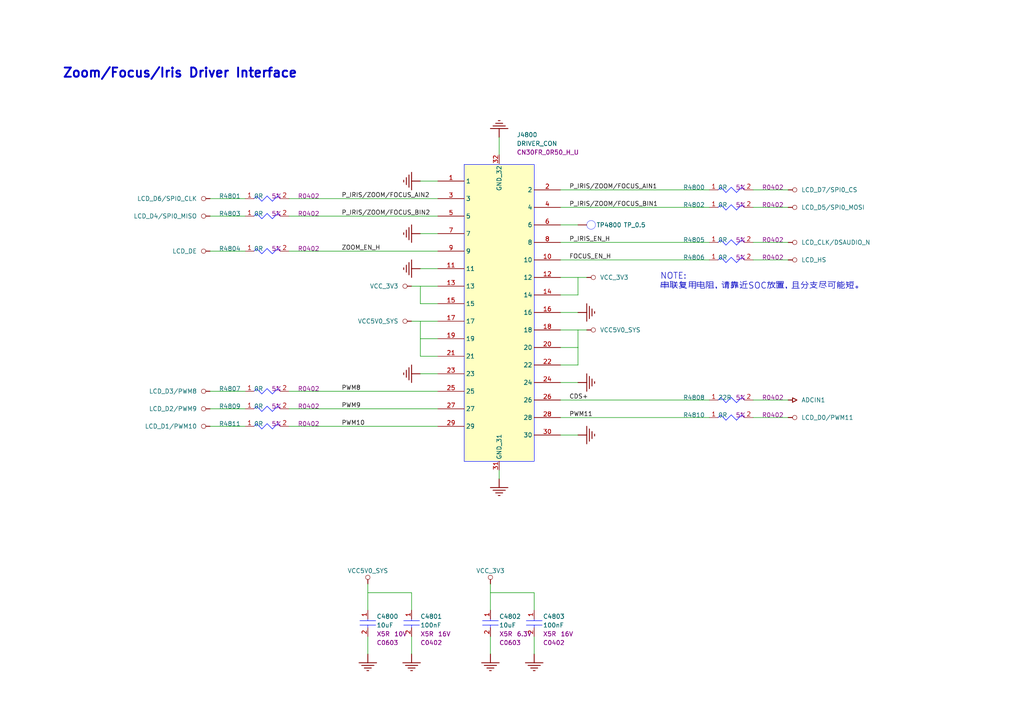
<source format=kicad_sch>
(kicad_sch (version 20250114) (generator "eeschema") (generator_version "9.0")
  (paper "A4")
  (lib_symbols
    (symbol "*:root_0_CAP NP_*" (pin_names (hide yes))
      (symbol "root_0_CAP NP_*_1_0"
        (polyline (pts (xy 0.254 -0.508) (xy 4.826 -0.508)) (stroke (width 0) (color 0 11 255 1)))
        (polyline (pts (xy 0.254 -1.778) (xy 4.826 -1.778)) (stroke (width 0) (color 0 11 255 1)))
        (polyline (pts (xy 2.54 0) (xy 2.54 -0.508)) (stroke (width 0) (color 0 11 255 1)))
        (polyline (pts (xy 2.54 -2.54) (xy 2.54 -1.778)) (stroke (width 0) (color 0 11 255 1)))
        (pin passive line (at 2.54 2.54 270) (length 2.54) (name "1") (number "1"))
        (pin passive line (at 2.54 -5.08 90) (length 2.54) (name "2") (number "2"))
      )
    )
    (symbol "*:root_0_LCD_Hitachi_TX05D99VM1AAA_2_*"
      (symbol "root_0_LCD_Hitachi_TX05D99VM1AAA_2_*_1_0"
        (rectangle (start 20.32 -0.254) (end 0 -86.36) (stroke (width 0) (color 0 11 255 1)) (fill (type background)))
        (pin passive line (at -7.62 -5.08 0) (length 7.62) (name "1") (number "1"))
        (pin passive line (at -7.62 -10.16 0) (length 7.62) (name "3") (number "3"))
        (pin passive line (at -7.62 -15.24 0) (length 7.62) (name "5") (number "5"))
        (pin passive line (at -7.62 -20.32 0) (length 7.62) (name "7") (number "7"))
        (pin passive line (at -7.62 -25.4 0) (length 7.62) (name "9") (number "9"))
        (pin passive line (at -7.62 -30.48 0) (length 7.62) (name "11") (number "11"))
        (pin passive line (at -7.62 -35.56 0) (length 7.62) (name "13") (number "13"))
        (pin passive line (at -7.62 -40.64 0) (length 7.62) (name "15") (number "15"))
        (pin passive line (at -7.62 -45.72 0) (length 7.62) (name "17") (number "17"))
        (pin passive line (at -7.62 -50.8 0) (length 7.62) (name "19") (number "19"))
        (pin passive line (at -7.62 -55.88 0) (length 7.62) (name "21") (number "21"))
        (pin passive line (at -7.62 -60.96 0) (length 7.62) (name "23") (number "23"))
        (pin passive line (at -7.62 -66.04 0) (length 7.62) (name "25") (number "25"))
        (pin passive line (at -7.62 -71.12 0) (length 7.62) (name "27") (number "27"))
        (pin passive line (at -7.62 -76.2 0) (length 7.62) (name "29") (number "29"))
        (pin passive line (at 10.16 2.54 270) (length 2.54) (name "GND_32") (number "32"))
        (pin passive line (at 10.16 -88.9 90) (length 2.54) (name "GND_31") (number "31"))
        (pin passive line (at 27.94 -7.62 180) (length 7.62) (name "2") (number "2"))
        (pin passive line (at 27.94 -12.7 180) (length 7.62) (name "4") (number "4"))
        (pin passive line (at 27.94 -17.78 180) (length 7.62) (name "6") (number "6"))
        (pin passive line (at 27.94 -22.86 180) (length 7.62) (name "8") (number "8"))
        (pin passive line (at 27.94 -27.94 180) (length 7.62) (name "10") (number "10"))
        (pin passive line (at 27.94 -33.02 180) (length 7.62) (name "12") (number "12"))
        (pin passive line (at 27.94 -38.1 180) (length 7.62) (name "14") (number "14"))
        (pin passive line (at 27.94 -43.18 180) (length 7.62) (name "16") (number "16"))
        (pin passive line (at 27.94 -48.26 180) (length 7.62) (name "18") (number "18"))
        (pin passive line (at 27.94 -53.34 180) (length 7.62) (name "20") (number "20"))
        (pin passive line (at 27.94 -58.42 180) (length 7.62) (name "22") (number "22"))
        (pin passive line (at 27.94 -63.5 180) (length 7.62) (name "24") (number "24"))
        (pin passive line (at 27.94 -68.58 180) (length 7.62) (name "26") (number "26"))
        (pin passive line (at 27.94 -73.66 180) (length 7.62) (name "28") (number "28"))
        (pin passive line (at 27.94 -78.74 180) (length 7.62) (name "30") (number "30"))
      )
    )
    (symbol "*:root_1_RESISTOR_Dup1_*" (pin_names (hide yes))
      (symbol "root_1_RESISTOR_Dup1_*_1_0"
        (polyline (pts (xy 0 2.54) (xy 0.762 3.302)) (stroke (width 0) (color 0 11 255 1)))
        (polyline (pts (xy 0.762 3.302) (xy 2.286 1.778)) (stroke (width 0) (color 0 11 255 1)))
        (polyline (pts (xy 2.286 1.778) (xy 3.81 3.302)) (stroke (width 0) (color 0 11 255 1)))
        (polyline (pts (xy 3.81 3.302) (xy 5.334 1.778)) (stroke (width 0) (color 0 11 255 1)))
        (polyline (pts (xy 5.334 1.778) (xy 6.858 3.302)) (stroke (width 0) (color 0 11 255 1)))
        (polyline (pts (xy 6.858 3.302) (xy 7.62 2.54)) (stroke (width 0) (color 0 11 255 1)))
        (pin passive line (at -2.54 2.54 0) (length 2.54) (name "1") (number "1"))
        (pin passive line (at 10.16 2.54 180) (length 2.54) (name "2") (number "2"))
      )
    )
    (symbol "*:root_1_mirrored_TP_*" (pin_numbers (hide yes)) (pin_names (hide yes))
      (symbol "root_1_mirrored_TP_*_1_0"
        (circle (center -1.27 2.54) (radius 1.27) (stroke (width 0.0254) (color 0 11 255 1)))
        (pin passive line (at -5.08 2.54 0) (length 2.54) (name "1") (number "1"))
      )
    )
    (symbol "RV1106G_EVB1_V11_20220401LX-altium-import:ADCIN1_ARROW" (power)
      (property "Value" "ADCIN1" (at 0 -3.81 0))
      (symbol "ADCIN1_ARROW_0_0"
        (polyline (pts (xy -0.635 -1.27) (xy 0.635 -1.27) (xy 0 -2.54) (xy -0.635 -1.27)) (stroke (width 0.254)))
        (polyline (pts (xy 0 0) (xy 0 -1.27)) (stroke (width 0.254)))
        (pin power_in line (at 0 0 0) (length 0) (hide yes) (name "ADCIN1") (number ""))
      )
    )
    (symbol "RV1106G_EVB1_V11_20220401LX-altium-import:GND_POWER_GROUND" (power)
      (property "Value" "GND" (at 0 -6.35 0))
      (symbol "GND_POWER_GROUND_0_0"
        (polyline (pts (xy -2.54 -2.54) (xy 2.54 -2.54)) (stroke (width 0.254)))
        (polyline (pts (xy -1.778 -3.302) (xy 1.778 -3.302)) (stroke (width 0.254)))
        (polyline (pts (xy -1.016 -4.064) (xy 1.016 -4.064)) (stroke (width 0.254)))
        (polyline (pts (xy -0.254 -4.826) (xy 0.254 -4.826)) (stroke (width 0.254)))
        (polyline (pts (xy 0 0) (xy 0 -2.54)) (stroke (width 0.254)))
        (pin power_in line (at 0 0 0) (length 0) (hide yes) (name "GND") (number ""))
      )
    )
    (symbol "RV1106G_EVB1_V11_20220401LX-altium-import:LCD_CLK/DSAUDIO_N_CIRCLE" (power)
      (property "Value" "LCD_CLK/DSAUDIO_N" (at 0 -3.81 0))
      (symbol "LCD_CLK/DSAUDIO_N_CIRCLE_0_0"
        (polyline (pts (xy 0 0) (xy 0 -1.27)) (stroke (width 0.254)))
        (circle (center 0 -1.905) (radius 0.635) (stroke (width 0.127)))
        (pin power_in line (at 0 0 0) (length 0) (hide yes) (name "LCD_CLK/DSAUDIO_N") (number ""))
      )
    )
    (symbol "RV1106G_EVB1_V11_20220401LX-altium-import:LCD_D0/PWM11_CIRCLE" (power)
      (property "Value" "LCD_D0/PWM11" (at 0 -3.81 0))
      (symbol "LCD_D0/PWM11_CIRCLE_0_0"
        (polyline (pts (xy 0 0) (xy 0 -1.27)) (stroke (width 0.254)))
        (circle (center 0 -1.905) (radius 0.635) (stroke (width 0.127)))
        (pin power_in line (at 0 0 0) (length 0) (hide yes) (name "LCD_D0/PWM11") (number ""))
      )
    )
    (symbol "RV1106G_EVB1_V11_20220401LX-altium-import:LCD_D1/PWM10_CIRCLE" (power)
      (property "Value" "LCD_D1/PWM10" (at 0 -3.81 0))
      (symbol "LCD_D1/PWM10_CIRCLE_0_0"
        (polyline (pts (xy 0 0) (xy 0 -1.27)) (stroke (width 0.254)))
        (circle (center 0 -1.905) (radius 0.635) (stroke (width 0.127)))
        (pin power_in line (at 0 0 0) (length 0) (hide yes) (name "LCD_D1/PWM10") (number ""))
      )
    )
    (symbol "RV1106G_EVB1_V11_20220401LX-altium-import:LCD_D2/PWM9_CIRCLE" (power)
      (property "Value" "LCD_D2/PWM9" (at 0 -3.81 0))
      (symbol "LCD_D2/PWM9_CIRCLE_0_0"
        (polyline (pts (xy 0 0) (xy 0 -1.27)) (stroke (width 0.254)))
        (circle (center 0 -1.905) (radius 0.635) (stroke (width 0.127)))
        (pin power_in line (at 0 0 0) (length 0) (hide yes) (name "LCD_D2/PWM9") (number ""))
      )
    )
    (symbol "RV1106G_EVB1_V11_20220401LX-altium-import:LCD_D3/PWM8_CIRCLE" (power)
      (property "Value" "LCD_D3/PWM8" (at 0 -3.81 0))
      (symbol "LCD_D3/PWM8_CIRCLE_0_0"
        (polyline (pts (xy 0 0) (xy 0 -1.27)) (stroke (width 0.254)))
        (circle (center 0 -1.905) (radius 0.635) (stroke (width 0.127)))
        (pin power_in line (at 0 0 0) (length 0) (hide yes) (name "LCD_D3/PWM8") (number ""))
      )
    )
    (symbol "RV1106G_EVB1_V11_20220401LX-altium-import:LCD_D4/SPI0_MISO_CIRCLE" (power)
      (property "Value" "LCD_D4/SPI0_MISO" (at 0 -3.81 0))
      (symbol "LCD_D4/SPI0_MISO_CIRCLE_0_0"
        (polyline (pts (xy 0 0) (xy 0 -1.27)) (stroke (width 0.254)))
        (circle (center 0 -1.905) (radius 0.635) (stroke (width 0.127)))
        (pin power_in line (at 0 0 0) (length 0) (hide yes) (name "LCD_D4/SPI0_MISO") (number ""))
      )
    )
    (symbol "RV1106G_EVB1_V11_20220401LX-altium-import:LCD_D5/SPI0_MOSI_CIRCLE" (power)
      (property "Value" "LCD_D5/SPI0_MOSI" (at 0 -3.81 0))
      (symbol "LCD_D5/SPI0_MOSI_CIRCLE_0_0"
        (polyline (pts (xy 0 0) (xy 0 -1.27)) (stroke (width 0.254)))
        (circle (center 0 -1.905) (radius 0.635) (stroke (width 0.127)))
        (pin power_in line (at 0 0 0) (length 0) (hide yes) (name "LCD_D5/SPI0_MOSI") (number ""))
      )
    )
    (symbol "RV1106G_EVB1_V11_20220401LX-altium-import:LCD_D6/SPI0_CLK_CIRCLE" (power)
      (property "Value" "LCD_D6/SPI0_CLK" (at 0 -3.81 0))
      (symbol "LCD_D6/SPI0_CLK_CIRCLE_0_0"
        (polyline (pts (xy 0 0) (xy 0 -1.27)) (stroke (width 0.254)))
        (circle (center 0 -1.905) (radius 0.635) (stroke (width 0.127)))
        (pin power_in line (at 0 0 0) (length 0) (hide yes) (name "LCD_D6/SPI0_CLK") (number ""))
      )
    )
    (symbol "RV1106G_EVB1_V11_20220401LX-altium-import:LCD_D7/SPI0_CS_CIRCLE" (power)
      (property "Value" "LCD_D7/SPI0_CS" (at 0 -3.81 0))
      (symbol "LCD_D7/SPI0_CS_CIRCLE_0_0"
        (polyline (pts (xy 0 0) (xy 0 -1.27)) (stroke (width 0.254)))
        (circle (center 0 -1.905) (radius 0.635) (stroke (width 0.127)))
        (pin power_in line (at 0 0 0) (length 0) (hide yes) (name "LCD_D7/SPI0_CS") (number ""))
      )
    )
    (symbol "RV1106G_EVB1_V11_20220401LX-altium-import:LCD_DE_CIRCLE" (power)
      (property "Value" "LCD_DE" (at 0 -3.81 0))
      (symbol "LCD_DE_CIRCLE_0_0"
        (polyline (pts (xy 0 0) (xy 0 -1.27)) (stroke (width 0.254)))
        (circle (center 0 -1.905) (radius 0.635) (stroke (width 0.127)))
        (pin power_in line (at 0 0 0) (length 0) (hide yes) (name "LCD_DE") (number ""))
      )
    )
    (symbol "RV1106G_EVB1_V11_20220401LX-altium-import:LCD_HS_CIRCLE" (power)
      (property "Value" "LCD_HS" (at 0 -3.81 0))
      (symbol "LCD_HS_CIRCLE_0_0"
        (polyline (pts (xy 0 0) (xy 0 -1.27)) (stroke (width 0.254)))
        (circle (center 0 -1.905) (radius 0.635) (stroke (width 0.127)))
        (pin power_in line (at 0 0 0) (length 0) (hide yes) (name "LCD_HS") (number ""))
      )
    )
    (symbol "RV1106G_EVB1_V11_20220401LX-altium-import:VCC5V0_SYS_CIRCLE" (power)
      (property "Value" "VCC5V0_SYS" (at 0 -3.81 0))
      (symbol "VCC5V0_SYS_CIRCLE_0_0"
        (polyline (pts (xy 0 0) (xy 0 -1.27)) (stroke (width 0.254)))
        (circle (center 0 -1.905) (radius 0.635) (stroke (width 0.127)))
        (pin power_in line (at 0 0 0) (length 0) (hide yes) (name "VCC5V0_SYS") (number ""))
      )
    )
    (symbol "RV1106G_EVB1_V11_20220401LX-altium-import:VCC_3V3_CIRCLE" (power)
      (property "Value" "VCC_3V3" (at 0 -3.81 0))
      (symbol "VCC_3V3_CIRCLE_0_0"
        (polyline (pts (xy 0 0) (xy 0 -1.27)) (stroke (width 0.254)))
        (circle (center 0 -1.905) (radius 0.635) (stroke (width 0.127)))
        (pin power_in line (at 0 0 0) (length 0) (hide yes) (name "VCC_3V3") (number ""))
      )
    )
    (symbol "root_0_CAP NP_*_1" (pin_names (hide yes))
      (symbol "root_0_CAP NP_*_1_1_0"
        (polyline (pts (xy 0.254 -0.508) (xy 4.826 -0.508)) (stroke (width 0) (color 0 11 255 1)))
        (polyline (pts (xy 0.254 -1.778) (xy 4.826 -1.778)) (stroke (width 0) (color 0 11 255 1)))
        (polyline (pts (xy 2.54 0) (xy 2.54 -0.508)) (stroke (width 0) (color 0 11 255 1)))
        (polyline (pts (xy 2.54 -2.54) (xy 2.54 -1.778)) (stroke (width 0) (color 0 11 255 1)))
        (pin passive line (at 2.54 2.54 270) (length 2.54) (name "1") (number "1"))
        (pin passive line (at 2.54 -5.08 90) (length 2.54) (name "2") (number "2"))
      )
    )
    (symbol "root_0_CAP NP_*_2" (pin_names (hide yes))
      (symbol "root_0_CAP NP_*_2_1_0"
        (polyline (pts (xy 0.254 -0.508) (xy 4.826 -0.508)) (stroke (width 0) (color 0 11 255 1)))
        (polyline (pts (xy 0.254 -1.778) (xy 4.826 -1.778)) (stroke (width 0) (color 0 11 255 1)))
        (polyline (pts (xy 2.54 0) (xy 2.54 -0.508)) (stroke (width 0) (color 0 11 255 1)))
        (polyline (pts (xy 2.54 -2.54) (xy 2.54 -1.778)) (stroke (width 0) (color 0 11 255 1)))
        (pin passive line (at 2.54 2.54 270) (length 2.54) (name "1") (number "1"))
        (pin passive line (at 2.54 -5.08 90) (length 2.54) (name "2") (number "2"))
      )
    )
    (symbol "root_0_CAP NP_*_3" (pin_names (hide yes))
      (symbol "root_0_CAP NP_*_3_1_0"
        (polyline (pts (xy 0.254 -0.508) (xy 4.826 -0.508)) (stroke (width 0) (color 0 11 255 1)))
        (polyline (pts (xy 0.254 -1.778) (xy 4.826 -1.778)) (stroke (width 0) (color 0 11 255 1)))
        (polyline (pts (xy 2.54 0) (xy 2.54 -0.508)) (stroke (width 0) (color 0 11 255 1)))
        (polyline (pts (xy 2.54 -2.54) (xy 2.54 -1.778)) (stroke (width 0) (color 0 11 255 1)))
        (pin passive line (at 2.54 2.54 270) (length 2.54) (name "1") (number "1"))
        (pin passive line (at 2.54 -5.08 90) (length 2.54) (name "2") (number "2"))
      )
    )
    (symbol "root_1_RESISTOR_Dup1_*_1" (pin_names (hide yes))
      (symbol "root_1_RESISTOR_Dup1_*_1_1_0"
        (polyline (pts (xy 0 2.54) (xy 0.762 3.302)) (stroke (width 0) (color 0 11 255 1)))
        (polyline (pts (xy 0.762 3.302) (xy 2.286 1.778)) (stroke (width 0) (color 0 11 255 1)))
        (polyline (pts (xy 2.286 1.778) (xy 3.81 3.302)) (stroke (width 0) (color 0 11 255 1)))
        (polyline (pts (xy 3.81 3.302) (xy 5.334 1.778)) (stroke (width 0) (color 0 11 255 1)))
        (polyline (pts (xy 5.334 1.778) (xy 6.858 3.302)) (stroke (width 0) (color 0 11 255 1)))
        (polyline (pts (xy 6.858 3.302) (xy 7.62 2.54)) (stroke (width 0) (color 0 11 255 1)))
        (pin passive line (at -2.54 2.54 0) (length 2.54) (name "1") (number "1"))
        (pin passive line (at 10.16 2.54 180) (length 2.54) (name "2") (number "2"))
      )
    )
  )
  (text "Zoom/Focus/Iris Driver Interface" (at 18.034 22.86 0) (effects (font (size 2.667 2.667) (thickness 0.5334) (bold yes)) (justify left bottom)))
  (text_box "NOTE:\n串联复用电阻，请靠近SOC放置，且分支尽可能短。" (at 282.956 85.0392 0) (size -92.456 -7.112) (margins 0.9525 0.9525 0.9525 0.9525) (stroke (width -0.0001) (color 0 0 0 1)) (effects (font (size 1.778 1.778)) (justify left top)))
  (wire (pts (xy 205.74 60.1472) (xy 162.56 60.1472)))
  (wire (pts (xy 154.94 189.6872) (xy 154.94 184.6072)))
  (wire (pts (xy 162.56 80.4672) (xy 170.18 80.4672)))
  (wire (pts (xy 127 103.3272) (xy 121.92 103.3272)))
  (wire (pts (xy 71.12 118.5672) (xy 60.96 118.5672)))
  (wire (pts (xy 127 77.9272) (xy 121.92 77.9272)))
  (wire (pts (xy 121.92 103.3272) (xy 121.92 98.2472)))
  (wire (pts (xy 167.64 126.1872) (xy 162.56 126.1872)))
  (wire (pts (xy 228.6 116.0272) (xy 218.44 116.0272)))
  (wire (pts (xy 106.68 176.9872) (xy 106.68 169.3672)))
  (wire (pts (xy 127 62.6872) (xy 83.82 62.6872)))
  (wire (pts (xy 144.78 138.8872) (xy 144.78 136.3472)))
  (wire (pts (xy 127 123.6472) (xy 83.82 123.6472)))
  (wire (pts (xy 119.38 171.9072) (xy 106.68 171.9072)))
  (wire (pts (xy 162.56 95.7072) (xy 170.18 95.7072)))
  (wire (pts (xy 142.24 184.6072) (xy 142.24 189.6872)))
  (wire (pts (xy 167.64 100.7872) (xy 167.64 105.8672)))
  (wire (pts (xy 154.94 171.9072) (xy 142.24 171.9072)))
  (wire (pts (xy 167.64 110.9472) (xy 162.56 110.9472)))
  (wire (pts (xy 228.6 121.1072) (xy 218.44 121.1072)))
  (wire (pts (xy 167.64 90.6272) (xy 162.56 90.6272)))
  (wire (pts (xy 205.74 116.0272) (xy 162.56 116.0272)))
  (wire (pts (xy 121.92 83.0072) (xy 119.38 83.0072)))
  (wire (pts (xy 205.74 70.3072) (xy 162.56 70.3072)))
  (wire (pts (xy 205.74 55.0672) (xy 162.56 55.0672)))
  (wire (pts (xy 127 52.5272) (xy 121.92 52.5272)))
  (wire (pts (xy 119.38 189.6872) (xy 119.38 184.6072)))
  (wire (pts (xy 162.56 100.7872) (xy 167.64 100.7872)))
  (wire (pts (xy 127 88.0872) (xy 121.92 88.0872)))
  (wire (pts (xy 71.12 72.8472) (xy 60.96 72.8472)))
  (wire (pts (xy 127 67.7672) (xy 121.92 67.7672)))
  (wire (pts (xy 127 113.4872) (xy 83.82 113.4872)))
  (wire (pts (xy 205.74 121.1072) (xy 162.56 121.1072)))
  (wire (pts (xy 119.38 176.9872) (xy 119.38 171.9072)))
  (wire (pts (xy 228.6 70.3072) (xy 218.44 70.3072)))
  (wire (pts (xy 205.74 75.3872) (xy 162.56 75.3872)))
  (wire (pts (xy 127 57.6072) (xy 83.82 57.6072)))
  (wire (pts (xy 144.78 44.9072) (xy 144.78 39.8272)))
  (wire (pts (xy 127 72.8472) (xy 83.82 72.8472)))
  (wire (pts (xy 228.6 60.1472) (xy 218.44 60.1472)))
  (wire (pts (xy 71.12 62.6872) (xy 60.96 62.6872)))
  (wire (pts (xy 154.94 176.9872) (xy 154.94 171.9072)))
  (wire (pts (xy 119.38 93.1672) (xy 127 93.1672)))
  (wire (pts (xy 71.12 113.4872) (xy 60.96 113.4872)))
  (wire (pts (xy 121.92 88.0872) (xy 121.92 83.0072)))
  (wire (pts (xy 106.68 184.6072) (xy 106.68 189.6872)))
  (wire (pts (xy 228.6 55.0672) (xy 218.44 55.0672)))
  (wire (pts (xy 167.64 100.7872) (xy 167.64 95.7072)))
  (wire (pts (xy 142.24 176.9872) (xy 142.24 169.3672)))
  (wire (pts (xy 127 83.0072) (xy 121.92 83.0072)))
  (wire (pts (xy 127 118.5672) (xy 83.82 118.5672)))
  (wire (pts (xy 167.64 80.4672) (xy 167.64 85.5472)))
  (wire (pts (xy 167.64 105.8672) (xy 162.56 105.8672)))
  (wire (pts (xy 167.64 85.5472) (xy 162.56 85.5472)))
  (wire (pts (xy 228.6 75.3872) (xy 218.44 75.3872)))
  (wire (pts (xy 71.12 123.6472) (xy 60.96 123.6472)))
  (wire (pts (xy 127 108.4072) (xy 121.92 108.4072)))
  (wire (pts (xy 167.64 65.2272) (xy 162.56 65.2272)))
  (wire (pts (xy 121.92 98.2472) (xy 127 98.2472)))
  (wire (pts (xy 121.92 98.2472) (xy 121.92 93.1672)))
  (wire (pts (xy 71.12 57.6072) (xy 60.96 57.6072)))
  (label "PWM10" (at 99.06 123.6472 0))
  (label "FOCUS_EN_H" (at 165.1 75.3872 0))
  (label "P_IRIS_EN_H" (at 165.1 70.3072 0))
  (label "P_IRIS/ZOOM/FOCUS_BIN1" (at 165.1 60.1472 0))
  (label "ZOOM_EN_H" (at 99.06 72.8472 0))
  (label "PWM11" (at 165.1 121.1072 0))
  (label "PWM9" (at 99.06 118.5672 0))
  (label "P_IRIS/ZOOM/FOCUS_AIN1" (at 165.1 55.0672 0))
  (label "P_IRIS/ZOOM/FOCUS_BIN2" (at 99.06 62.6872 0))
  (label "P_IRIS/ZOOM/FOCUS_AIN2" (at 99.06 57.6072 0))
  (label "CDS+" (at 165.1 116.0272 0))
  (label "PWM8" (at 99.06 113.4872 0))
  (symbol (lib_id "*:root_1_mirrored_TP_*") (at 172.72 67.7672 0) (unit 1)
    (property "Reference" "TP4800" (at 172.974 65.9892 0) (effects (justify left bottom)))
    (property "Value" "TP_0.5" (at 180.848 65.9892 0) (effects (justify left bottom)))
    (property "Footprint" "TEST" (effects (hide yes)))
    (property "Description" "Test Point 0.5mm" (effects (hide yes)))
    (property "PCB FOOTPRINT" "TP_0R50" (effects (hide yes)))
    (property "RK PN" "TESTPOINT_0R5" (effects (hide yes)))
    (property "PRIORITY" "A" (effects (hide yes)))
    (property "PART TYPE" "TP" (effects (hide yes)))
    (property "CREATED BY" "JJJ" (effects (hide yes)))
  )
  (symbol (lib_id "RV1106G_EVB1_V11_20220401LX-altium-import:GND_POWER_GROUND") (at 106.68 189.6872 0) (unit 1)
    (property "Reference" "#PWR?" (effects (hide yes)))
    (property "Value" "GND" (effects (hide yes)))
  )
  (symbol (lib_id "RV1106G_EVB1_V11_20220401LX-altium-import:VCC5V0_SYS_CIRCLE") (at 170.18 95.7072 90) (unit 1)
    (property "Reference" "#PWR?" (effects (hide yes)))
    (property "Value" "VCC5V0_SYS" (at 173.99 95.7072 90) (effects (justify right)))
  )
  (symbol (lib_id "RV1106G_EVB1_V11_20220401LX-altium-import:LCD_D6/SPI0_CLK_CIRCLE") (at 60.96 57.6072 270) (unit 1)
    (property "Reference" "#PWR?" (effects (hide yes)))
    (property "Value" "LCD_D6/SPI0_CLK" (at 57.15 57.6072 90) (effects (justify right)))
  )
  (symbol (lib_id "RV1106G_EVB1_V11_20220401LX-altium-import:GND_POWER_GROUND") (at 144.78 138.8872 0) (unit 1)
    (property "Reference" "#PWR?" (effects (hide yes)))
    (property "Value" "GND" (effects (hide yes)))
  )
  (symbol (lib_id "RV1106G_EVB1_V11_20220401LX-altium-import:LCD_HS_CIRCLE") (at 228.6 75.3872 90) (unit 1)
    (property "Reference" "#PWR?" (effects (hide yes)))
    (property "Value" "LCD_HS" (at 232.41 75.3872 90) (effects (justify right)))
  )
  (symbol (lib_id "RV1106G_EVB1_V11_20220401LX-altium-import:ADCIN1_ARROW") (at 228.6 116.0272 90) (unit 1)
    (property "Reference" "#PWR?" (effects (hide yes)))
    (property "Value" "ADCIN1" (at 232.41 116.0272 90) (effects (justify right)))
  )
  (symbol (lib_id "RV1106G_EVB1_V11_20220401LX-altium-import:LCD_D0/PWM11_CIRCLE") (at 228.6 121.1072 90) (unit 1)
    (property "Reference" "#PWR?" (effects (hide yes)))
    (property "Value" "LCD_D0/PWM11" (at 232.41 121.1072 90) (effects (justify right)))
  )
  (symbol (lib_id "RV1106G_EVB1_V11_20220401LX-altium-import:VCC5V0_SYS_CIRCLE") (at 119.38 93.1672 270) (unit 1)
    (property "Reference" "#PWR?" (effects (hide yes)))
    (property "Value" "VCC5V0_SYS" (at 115.57 93.1672 90) (effects (justify right)))
  )
  (symbol (lib_id "*:root_1_RESISTOR_Dup1_*") (at 73.66 65.2272 0) (unit 1)
    (property "Reference" "R4803" (at 63.5 62.6872 0) (effects (justify left bottom)))
    (property "Value" "0R" (at 73.66 62.6872 0) (effects (justify left bottom)))
    (property "Footprint" "R0402" (effects (hide yes)))
    (property "Description" "通用厚膜电阻,0R,+/-5%,R0402,1/16W." (effects (hide yes)))
    (property "PCB FOOTPRINT" "R0402" (at 86.36 62.6872 0) (effects (justify left bottom)))
    (property "TOLERANCE" "5%" (at 78.74 62.6872 0) (effects (justify left bottom)))
    (property "RK PN" "RC0402JR-070RL" (effects (hide yes)))
    (property "PRIORITY" "A" (effects (hide yes)))
    (property "PART TYPE" "通用厚膜电阻" (effects (hide yes)))
    (property "WATTAGE" "1/16W" (effects (hide yes)))
    (property "MANUFACTURER" "YAGEO" (effects (hide yes)))
    (property "MANUFACTURER PN" "RC0402JR-070RL" (effects (hide yes)))
    (property "CREATED BY" "YTL" (effects (hide yes)))
  )
  (symbol (lib_id "*:root_1_RESISTOR_Dup1_*") (at 208.28 62.6872 0) (unit 1)
    (property "Reference" "R4802" (at 198.12 60.1472 0) (effects (justify left bottom)))
    (property "Value" "0R" (at 208.28 60.1472 0) (effects (justify left bottom)))
    (property "Footprint" "R0402" (effects (hide yes)))
    (property "Description" "通用厚膜电阻,0R,+/-5%,R0402,1/16W." (effects (hide yes)))
    (property "PCB FOOTPRINT" "R0402" (at 220.98 60.1472 0) (effects (justify left bottom)))
    (property "TOLERANCE" "5%" (at 213.36 60.1472 0) (effects (justify left bottom)))
    (property "RK PN" "RC0402JR-070RL" (effects (hide yes)))
    (property "PRIORITY" "A" (effects (hide yes)))
    (property "PART TYPE" "通用厚膜电阻" (effects (hide yes)))
    (property "WATTAGE" "1/16W" (effects (hide yes)))
    (property "MANUFACTURER" "YAGEO" (effects (hide yes)))
    (property "MANUFACTURER PN" "RC0402JR-070RL" (effects (hide yes)))
    (property "CREATED BY" "YTL" (effects (hide yes)))
  )
  (symbol (lib_id "*:root_0_CAP NP_*") (at 139.7 179.5272 0) (unit 1)
    (property "Reference" "C4802" (at 144.78 179.5272 0) (effects (justify left bottom)))
    (property "Value" "10uF" (at 144.78 182.0672 0) (effects (justify left bottom)))
    (property "Footprint" "C0603" (effects (hide yes)))
    (property "Description" "cap,10.00uF,+/-10%,6.3V,X5R,C0603" (effects (hide yes)))
    (property "DIELECTRIC" "X5R" (at 144.78 184.6072 0) (effects (justify left bottom)))
    (property "PCB FOOTPRINT" "C0603" (at 144.78 187.1472 0) (effects (justify left bottom)))
    (property "VOLTAGE" "6.3V" (at 149.86 184.6072 0) (effects (justify left bottom)))
    (property "CREATED BY" "JJJ" (effects (hide yes)))
    (property "MANUFACTURER PN" "C1608X5R0J106K080AB" (effects (hide yes)))
    (property "MANUFACTURER" "TDK" (effects (hide yes)))
    (property "TOLERANCE" "10%" (effects (hide yes)))
    (property "PART TYPE" "C0603" (effects (hide yes)))
    (property "PRIORITY" "A" (effects (hide yes)))
    (property "RK PN" "C1608X5R0J106K080AB" (effects (hide yes)))
  )
  (symbol (lib_id "RV1106G_EVB1_V11_20220401LX-altium-import:VCC_3V3_CIRCLE") (at 170.18 80.4672 90) (unit 1)
    (property "Reference" "#PWR?" (effects (hide yes)))
    (property "Value" "VCC_3V3" (at 173.99 80.4672 90) (effects (justify right)))
  )
  (symbol (lib_id "*:root_1_RESISTOR_Dup1_*") (at 208.28 77.9272 0) (unit 1)
    (property "Reference" "R4806" (at 198.12 75.3872 0) (effects (justify left bottom)))
    (property "Value" "0R" (at 208.28 75.3872 0) (effects (justify left bottom)))
    (property "Footprint" "R0402" (effects (hide yes)))
    (property "Description" "通用厚膜电阻,0R,+/-5%,R0402,1/16W." (effects (hide yes)))
    (property "PCB FOOTPRINT" "R0402" (at 220.98 75.3872 0) (effects (justify left bottom)))
    (property "TOLERANCE" "5%" (at 213.36 75.3872 0) (effects (justify left bottom)))
    (property "CREATED BY" "YTL" (effects (hide yes)))
    (property "MANUFACTURER PN" "RC0402JR-070RL" (effects (hide yes)))
    (property "MANUFACTURER" "YAGEO" (effects (hide yes)))
    (property "WATTAGE" "1/16W" (effects (hide yes)))
    (property "PART TYPE" "通用厚膜电阻" (effects (hide yes)))
    (property "PRIORITY" "A" (effects (hide yes)))
    (property "RK PN" "RC0402JR-070RL" (effects (hide yes)))
  )
  (symbol (lib_id "RV1106G_EVB1_V11_20220401LX-altium-import:GND_POWER_GROUND") (at 167.64 90.6272 90) (unit 1)
    (property "Reference" "#PWR?" (effects (hide yes)))
    (property "Value" "GND" (effects (hide yes)))
  )
  (symbol (lib_id "*:root_1_RESISTOR_Dup1_*") (at 73.66 75.3872 0) (unit 1)
    (property "Reference" "R4804" (at 63.5 72.8472 0) (effects (justify left bottom)))
    (property "Value" "0R" (at 73.66 72.8472 0) (effects (justify left bottom)))
    (property "Footprint" "R0402" (effects (hide yes)))
    (property "Description" "通用厚膜电阻,0R,+/-5%,R0402,1/16W." (effects (hide yes)))
    (property "PCB FOOTPRINT" "R0402" (at 86.36 72.8472 0) (effects (justify left bottom)))
    (property "TOLERANCE" "5%" (at 78.74 72.8472 0) (effects (justify left bottom)))
    (property "RK PN" "RC0402JR-070RL" (effects (hide yes)))
    (property "PRIORITY" "A" (effects (hide yes)))
    (property "PART TYPE" "通用厚膜电阻" (effects (hide yes)))
    (property "WATTAGE" "1/16W" (effects (hide yes)))
    (property "MANUFACTURER" "YAGEO" (effects (hide yes)))
    (property "MANUFACTURER PN" "RC0402JR-070RL" (effects (hide yes)))
    (property "CREATED BY" "YTL" (effects (hide yes)))
  )
  (symbol (lib_id "*:root_1_RESISTOR_Dup1_*") (at 73.66 60.1472 0) (unit 1)
    (property "Reference" "R4801" (at 63.5 57.6072 0) (effects (justify left bottom)))
    (property "Value" "0R" (at 73.66 57.6072 0) (effects (justify left bottom)))
    (property "Footprint" "R0402" (effects (hide yes)))
    (property "Description" "通用厚膜电阻,0R,+/-5%,R0402,1/16W." (effects (hide yes)))
    (property "PCB FOOTPRINT" "R0402" (at 86.36 57.6072 0) (effects (justify left bottom)))
    (property "TOLERANCE" "5%" (at 78.74 57.6072 0) (effects (justify left bottom)))
    (property "RK PN" "RC0402JR-070RL" (effects (hide yes)))
    (property "PRIORITY" "A" (effects (hide yes)))
    (property "PART TYPE" "通用厚膜电阻" (effects (hide yes)))
    (property "WATTAGE" "1/16W" (effects (hide yes)))
    (property "MANUFACTURER" "YAGEO" (effects (hide yes)))
    (property "MANUFACTURER PN" "RC0402JR-070RL" (effects (hide yes)))
    (property "CREATED BY" "YTL" (effects (hide yes)))
  )
  (symbol (lib_id "RV1106G_EVB1_V11_20220401LX-altium-import:LCD_CLK/DSAUDIO_N_CIRCLE") (at 228.6 70.3072 90) (unit 1)
    (property "Reference" "#PWR?" (effects (hide yes)))
    (property "Value" "LCD_CLK/DSAUDIO_N" (at 232.41 70.3072 90) (effects (justify right)))
  )
  (symbol (lib_id "RV1106G_EVB1_V11_20220401LX-altium-import:GND_POWER_GROUND") (at 121.92 67.7672 270) (unit 1)
    (property "Reference" "#PWR?" (effects (hide yes)))
    (property "Value" "GND" (effects (hide yes)))
  )
  (symbol (lib_id "RV1106G_EVB1_V11_20220401LX-altium-import:GND_POWER_GROUND") (at 119.38 189.6872 0) (unit 1)
    (property "Reference" "#PWR?" (effects (hide yes)))
    (property "Value" "GND" (effects (hide yes)))
  )
  (symbol (lib_id "RV1106G_EVB1_V11_20220401LX-altium-import:GND_POWER_GROUND") (at 167.64 110.9472 90) (unit 1)
    (property "Reference" "#PWR?" (effects (hide yes)))
    (property "Value" "GND" (effects (hide yes)))
  )
  (symbol (lib_id "RV1106G_EVB1_V11_20220401LX-altium-import:VCC5V0_SYS_CIRCLE") (at 106.68 169.3672 180) (unit 1)
    (property "Reference" "#PWR?" (effects (hide yes)))
    (property "Value" "VCC5V0_SYS" (at 106.68 165.5572 0))
  )
  (symbol (lib_id "*:root_1_RESISTOR_Dup1_*") (at 73.66 116.0272 0) (unit 1)
    (property "Reference" "R4807" (at 63.5 113.4872 0) (effects (justify left bottom)))
    (property "Value" "0R" (at 73.66 113.4872 0) (effects (justify left bottom)))
    (property "Footprint" "R0402" (effects (hide yes)))
    (property "Description" "通用厚膜电阻,0R,+/-5%,R0402,1/16W." (effects (hide yes)))
    (property "PCB FOOTPRINT" "R0402" (at 86.36 113.4872 0) (effects (justify left bottom)))
    (property "TOLERANCE" "5%" (at 78.74 113.4872 0) (effects (justify left bottom)))
    (property "CREATED BY" "YTL" (effects (hide yes)))
    (property "MANUFACTURER PN" "RC0402JR-070RL" (effects (hide yes)))
    (property "MANUFACTURER" "YAGEO" (effects (hide yes)))
    (property "WATTAGE" "1/16W" (effects (hide yes)))
    (property "PART TYPE" "通用厚膜电阻" (effects (hide yes)))
    (property "PRIORITY" "A" (effects (hide yes)))
    (property "RK PN" "RC0402JR-070RL" (effects (hide yes)))
  )
  (symbol (lib_id "*:root_1_RESISTOR_Dup1_*") (at 73.66 126.1872 0) (unit 1)
    (property "Reference" "R4811" (at 63.5 123.6472 0) (effects (justify left bottom)))
    (property "Value" "0R" (at 73.66 123.6472 0) (effects (justify left bottom)))
    (property "Footprint" "R0402" (effects (hide yes)))
    (property "Description" "通用厚膜电阻,0R,+/-5%,R0402,1/16W." (effects (hide yes)))
    (property "PCB FOOTPRINT" "R0402" (at 86.36 123.6472 0) (effects (justify left bottom)))
    (property "TOLERANCE" "5%" (at 78.74 123.6472 0) (effects (justify left bottom)))
    (property "CREATED BY" "YTL" (effects (hide yes)))
    (property "MANUFACTURER PN" "RC0402JR-070RL" (effects (hide yes)))
    (property "MANUFACTURER" "YAGEO" (effects (hide yes)))
    (property "WATTAGE" "1/16W" (effects (hide yes)))
    (property "PART TYPE" "通用厚膜电阻" (effects (hide yes)))
    (property "PRIORITY" "A" (effects (hide yes)))
    (property "RK PN" "RC0402JR-070RL" (effects (hide yes)))
  )
  (symbol (lib_id "RV1106G_EVB1_V11_20220401LX-altium-import:LCD_D7/SPI0_CS_CIRCLE") (at 228.6 55.0672 90) (unit 1)
    (property "Reference" "#PWR?" (effects (hide yes)))
    (property "Value" "LCD_D7/SPI0_CS" (at 232.41 55.0672 90) (effects (justify right)))
  )
  (symbol (lib_id "RV1106G_EVB1_V11_20220401LX-altium-import:VCC_3V3_CIRCLE") (at 142.24 169.3672 180) (unit 1)
    (property "Reference" "#PWR?" (effects (hide yes)))
    (property "Value" "VCC_3V3" (at 142.24 165.5572 0))
  )
  (symbol (lib_id "*:root_1_RESISTOR_Dup1_*") (at 208.28 123.6472 0) (unit 1)
    (property "Reference" "R4810" (at 198.12 121.1072 0) (effects (justify left bottom)))
    (property "Value" "0R" (at 208.28 121.1072 0) (effects (justify left bottom)))
    (property "Footprint" "R0402" (effects (hide yes)))
    (property "Description" "通用厚膜电阻,0R,+/-5%,R0402,1/16W." (effects (hide yes)))
    (property "PCB FOOTPRINT" "R0402" (at 220.98 121.1072 0) (effects (justify left bottom)))
    (property "TOLERANCE" "5%" (at 213.36 121.1072 0) (effects (justify left bottom)))
    (property "RK PN" "RC0402JR-070RL" (effects (hide yes)))
    (property "PRIORITY" "A" (effects (hide yes)))
    (property "PART TYPE" "通用厚膜电阻" (effects (hide yes)))
    (property "WATTAGE" "1/16W" (effects (hide yes)))
    (property "MANUFACTURER" "YAGEO" (effects (hide yes)))
    (property "MANUFACTURER PN" "RC0402JR-070RL" (effects (hide yes)))
    (property "CREATED BY" "YTL" (effects (hide yes)))
  )
  (symbol (lib_name "root_0_CAP NP_*_2") (lib_id "*:root_0_CAP NP_*") (at 116.84 179.5272 0) (unit 1)
    (property "Reference" "C4801" (at 121.92 179.5272 0) (effects (justify left bottom)))
    (property "Value" "100nF" (at 121.92 182.0672 0) (effects (justify left bottom)))
    (property "Footprint" "C0402" (effects (hide yes)))
    (property "Description" "cap,100.00nF,+/-10%,16V,X5R,C0402" (effects (hide yes)))
    (property "DIELECTRIC" "X5R" (at 121.92 184.6072 0) (effects (justify left bottom)))
    (property "PCB FOOTPRINT" "C0402" (at 121.92 187.1472 0) (effects (justify left bottom)))
    (property "VOLTAGE" "16V" (at 127 184.6072 0) (effects (justify left bottom)))
    (property "RK PN" "C1005X5R1C104K050BA" (effects (hide yes)))
    (property "PRIORITY" "A" (effects (hide yes)))
    (property "PART TYPE" "C0402" (effects (hide yes)))
    (property "TOLERANCE" "10%" (effects (hide yes)))
    (property "MANUFACTURER" "TDK" (effects (hide yes)))
    (property "MANUFACTURER PN" "C1005X5R1C104K050BA" (effects (hide yes)))
    (property "CREATED BY" "JJJ" (effects (hide yes)))
  )
  (symbol (lib_id "RV1106G_EVB1_V11_20220401LX-altium-import:LCD_D3/PWM8_CIRCLE") (at 60.96 113.4872 270) (unit 1)
    (property "Reference" "#PWR?" (effects (hide yes)))
    (property "Value" "LCD_D3/PWM8" (at 57.15 113.4872 90) (effects (justify right)))
  )
  (symbol (lib_id "RV1106G_EVB1_V11_20220401LX-altium-import:LCD_D4/SPI0_MISO_CIRCLE") (at 60.96 62.6872 270) (unit 1)
    (property "Reference" "#PWR?" (effects (hide yes)))
    (property "Value" "LCD_D4/SPI0_MISO" (at 57.15 62.6872 90) (effects (justify right)))
  )
  (symbol (lib_id "RV1106G_EVB1_V11_20220401LX-altium-import:GND_POWER_GROUND") (at 121.92 52.5272 270) (unit 1)
    (property "Reference" "#PWR?" (effects (hide yes)))
    (property "Value" "GND" (effects (hide yes)))
  )
  (symbol (lib_id "*:root_1_RESISTOR_Dup1_*") (at 208.28 57.6072 0) (unit 1)
    (property "Reference" "R4800" (at 198.12 55.0672 0) (effects (justify left bottom)))
    (property "Value" "0R" (at 208.28 55.0672 0) (effects (justify left bottom)))
    (property "Footprint" "R0402" (effects (hide yes)))
    (property "Description" "通用厚膜电阻,0R,+/-5%,R0402,1/16W." (effects (hide yes)))
    (property "PCB FOOTPRINT" "R0402" (at 220.98 55.0672 0) (effects (justify left bottom)))
    (property "TOLERANCE" "5%" (at 213.36 55.0672 0) (effects (justify left bottom)))
    (property "RK PN" "RC0402JR-070RL" (effects (hide yes)))
    (property "PRIORITY" "A" (effects (hide yes)))
    (property "PART TYPE" "通用厚膜电阻" (effects (hide yes)))
    (property "WATTAGE" "1/16W" (effects (hide yes)))
    (property "MANUFACTURER" "YAGEO" (effects (hide yes)))
    (property "MANUFACTURER PN" "RC0402JR-070RL" (effects (hide yes)))
    (property "CREATED BY" "YTL" (effects (hide yes)))
  )
  (symbol (lib_id "RV1106G_EVB1_V11_20220401LX-altium-import:GND_POWER_GROUND") (at 142.24 189.6872 0) (unit 1)
    (property "Reference" "#PWR?" (effects (hide yes)))
    (property "Value" "GND" (effects (hide yes)))
  )
  (symbol (lib_id "RV1106G_EVB1_V11_20220401LX-altium-import:GND_POWER_GROUND") (at 167.64 126.1872 90) (unit 1)
    (property "Reference" "#PWR?" (effects (hide yes)))
    (property "Value" "GND" (effects (hide yes)))
  )
  (symbol (lib_id "RV1106G_EVB1_V11_20220401LX-altium-import:GND_POWER_GROUND") (at 121.92 77.9272 270) (unit 1)
    (property "Reference" "#PWR?" (effects (hide yes)))
    (property "Value" "GND" (effects (hide yes)))
  )
  (symbol (lib_id "*:root_1_RESISTOR_Dup1_*") (at 73.66 121.1072 0) (unit 1)
    (property "Reference" "R4809" (at 63.5 118.5672 0) (effects (justify left bottom)))
    (property "Value" "0R" (at 73.66 118.5672 0) (effects (justify left bottom)))
    (property "Footprint" "R0402" (effects (hide yes)))
    (property "Description" "通用厚膜电阻,0R,+/-5%,R0402,1/16W." (effects (hide yes)))
    (property "PCB FOOTPRINT" "R0402" (at 86.36 118.5672 0) (effects (justify left bottom)))
    (property "TOLERANCE" "5%" (at 78.74 118.5672 0) (effects (justify left bottom)))
    (property "CREATED BY" "YTL" (effects (hide yes)))
    (property "MANUFACTURER PN" "RC0402JR-070RL" (effects (hide yes)))
    (property "MANUFACTURER" "YAGEO" (effects (hide yes)))
    (property "WATTAGE" "1/16W" (effects (hide yes)))
    (property "PART TYPE" "通用厚膜电阻" (effects (hide yes)))
    (property "PRIORITY" "A" (effects (hide yes)))
    (property "RK PN" "RC0402JR-070RL" (effects (hide yes)))
  )
  (symbol (lib_name "root_0_CAP NP_*_3") (lib_id "*:root_0_CAP NP_*") (at 152.4 179.5272 0) (unit 1)
    (property "Reference" "C4803" (at 157.48 179.5272 0) (effects (justify left bottom)))
    (property "Value" "100nF" (at 157.48 182.0672 0) (effects (justify left bottom)))
    (property "Footprint" "C0402" (effects (hide yes)))
    (property "Description" "cap,100.00nF,+/-10%,16V,X5R,C0402" (effects (hide yes)))
    (property "DIELECTRIC" "X5R" (at 157.48 184.6072 0) (effects (justify left bottom)))
    (property "PCB FOOTPRINT" "C0402" (at 157.48 187.1472 0) (effects (justify left bottom)))
    (property "VOLTAGE" "16V" (at 162.56 184.6072 0) (effects (justify left bottom)))
    (property "CREATED BY" "JJJ" (effects (hide yes)))
    (property "MANUFACTURER PN" "C1005X5R1C104K050BA" (effects (hide yes)))
    (property "MANUFACTURER" "TDK" (effects (hide yes)))
    (property "TOLERANCE" "10%" (effects (hide yes)))
    (property "PART TYPE" "C0402" (effects (hide yes)))
    (property "PRIORITY" "A" (effects (hide yes)))
    (property "RK PN" "C1005X5R1C104K050BA" (effects (hide yes)))
  )
  (symbol (lib_id "RV1106G_EVB1_V11_20220401LX-altium-import:LCD_DE_CIRCLE") (at 60.96 72.8472 270) (unit 1)
    (property "Reference" "#PWR?" (effects (hide yes)))
    (property "Value" "LCD_DE" (at 57.15 72.8472 90) (effects (justify right)))
  )
  (symbol (lib_id "RV1106G_EVB1_V11_20220401LX-altium-import:GND_POWER_GROUND") (at 144.78 39.8272 180) (unit 1)
    (property "Reference" "#PWR?" (effects (hide yes)))
    (property "Value" "GND" (effects (hide yes)))
  )
  (symbol (lib_id "RV1106G_EVB1_V11_20220401LX-altium-import:LCD_D5/SPI0_MOSI_CIRCLE") (at 228.6 60.1472 90) (unit 1)
    (property "Reference" "#PWR?" (effects (hide yes)))
    (property "Value" "LCD_D5/SPI0_MOSI" (at 232.41 60.1472 90) (effects (justify right)))
  )
  (symbol (lib_id "RV1106G_EVB1_V11_20220401LX-altium-import:GND_POWER_GROUND") (at 154.94 189.6872 0) (unit 1)
    (property "Reference" "#PWR?" (effects (hide yes)))
    (property "Value" "GND" (effects (hide yes)))
  )
  (symbol (lib_id "RV1106G_EVB1_V11_20220401LX-altium-import:GND_POWER_GROUND") (at 121.92 108.4072 270) (unit 1)
    (property "Reference" "#PWR?" (effects (hide yes)))
    (property "Value" "GND" (effects (hide yes)))
  )
  (symbol (lib_name "root_1_RESISTOR_Dup1_*_1") (lib_id "*:root_1_RESISTOR_Dup1_*") (at 208.28 118.5672 0) (unit 1)
    (property "Reference" "R4808" (at 198.12 116.0272 0) (effects (justify left bottom)))
    (property "Value" "22R" (at 208.28 116.0272 0) (effects (justify left bottom)))
    (property "Footprint" "R0402" (effects (hide yes)))
    (property "Description" "通用厚膜电阻,22R,+/-5%,R0402,1/16W." (effects (hide yes)))
    (property "PCB FOOTPRINT" "R0402" (at 220.98 116.0272 0) (effects (justify left bottom)))
    (property "TOLERANCE" "5%" (at 213.36 116.0272 0) (effects (justify left bottom)))
    (property "RK PN" "RC0402JR-0722RL" (effects (hide yes)))
    (property "PRIORITY" "A" (effects (hide yes)))
    (property "PART TYPE" "通用厚膜电阻" (effects (hide yes)))
    (property "WATTAGE" "1/16W" (effects (hide yes)))
    (property "MANUFACTURER" "YAGEO" (effects (hide yes)))
    (property "MANUFACTURER PN" "RC0402JR-0722RL" (effects (hide yes)))
    (property "CREATED BY" "YTL" (effects (hide yes)))
  )
  (symbol (lib_name "root_0_CAP NP_*_1") (lib_id "*:root_0_CAP NP_*") (at 104.14 179.5272 0) (unit 1)
    (property "Reference" "C4800" (at 109.22 179.5272 0) (effects (justify left bottom)))
    (property "Value" "10uF" (at 109.22 182.0672 0) (effects (justify left bottom)))
    (property "Footprint" "C0603" (effects (hide yes)))
    (property "Description" "cap,10.00uF,+/-10%,10V,X5R,C0603" (effects (hide yes)))
    (property "DIELECTRIC" "X5R" (at 109.22 184.6072 0) (effects (justify left bottom)))
    (property "PCB FOOTPRINT" "C0603" (at 109.22 187.1472 0) (effects (justify left bottom)))
    (property "VOLTAGE" "10V" (at 114.3 184.6072 0) (effects (justify left bottom)))
    (property "CREATED BY" "JJJ" (effects (hide yes)))
    (property "MANUFACTURER PN" "C1608X5R1A106K080AC" (effects (hide yes)))
    (property "MANUFACTURER" "TDK" (effects (hide yes)))
    (property "TOLERANCE" "10%" (effects (hide yes)))
    (property "PART TYPE" "C0603" (effects (hide yes)))
    (property "PRIORITY" "A" (effects (hide yes)))
    (property "RK PN" "C1608X5R1A106K080AC" (effects (hide yes)))
  )
  (symbol (lib_id "RV1106G_EVB1_V11_20220401LX-altium-import:VCC_3V3_CIRCLE") (at 119.38 83.0072 270) (unit 1)
    (property "Reference" "#PWR?" (effects (hide yes)))
    (property "Value" "VCC_3V3" (at 115.57 83.0072 90) (effects (justify right)))
  )
  (symbol (lib_id "*:root_1_RESISTOR_Dup1_*") (at 208.28 72.8472 0) (unit 1)
    (property "Reference" "R4805" (at 198.12 70.3072 0) (effects (justify left bottom)))
    (property "Value" "0R" (at 208.28 70.3072 0) (effects (justify left bottom)))
    (property "Footprint" "R0402" (effects (hide yes)))
    (property "Description" "通用厚膜电阻,0R,+/-5%,R0402,1/16W." (effects (hide yes)))
    (property "PCB FOOTPRINT" "R0402" (at 220.98 70.3072 0) (effects (justify left bottom)))
    (property "TOLERANCE" "5%" (at 213.36 70.3072 0) (effects (justify left bottom)))
    (property "CREATED BY" "YTL" (effects (hide yes)))
    (property "MANUFACTURER PN" "RC0402JR-070RL" (effects (hide yes)))
    (property "MANUFACTURER" "YAGEO" (effects (hide yes)))
    (property "WATTAGE" "1/16W" (effects (hide yes)))
    (property "PART TYPE" "通用厚膜电阻" (effects (hide yes)))
    (property "PRIORITY" "A" (effects (hide yes)))
    (property "RK PN" "RC0402JR-070RL" (effects (hide yes)))
  )
  (symbol (lib_id "RV1106G_EVB1_V11_20220401LX-altium-import:LCD_D2/PWM9_CIRCLE") (at 60.96 118.5672 270) (unit 1)
    (property "Reference" "#PWR?" (effects (hide yes)))
    (property "Value" "LCD_D2/PWM9" (at 57.15 118.5672 90) (effects (justify right)))
  )
  (symbol (lib_id "RV1106G_EVB1_V11_20220401LX-altium-import:LCD_D1/PWM10_CIRCLE") (at 60.96 123.6472 270) (unit 1)
    (property "Reference" "#PWR?" (effects (hide yes)))
    (property "Value" "LCD_D1/PWM10" (at 57.15 123.6472 90) (effects (justify right)))
  )
  (symbol (lib_id "*:root_0_LCD_Hitachi_TX05D99VM1AAA_2_*") (at 134.62 47.4472 0) (unit 1)
    (property "Reference" "J4800" (at 149.86 39.8272 0) (effects (justify left bottom)))
    (property "Value" "DRIVER_CON" (at 149.86 42.3672 0) (effects (justify left bottom)))
    (property "Footprint" "CN30FR_0R50_H_U" (effects (hide yes)))
    (property "PCB FOOTPRINT" "CN30FR_0R50_H_U" (at 149.86 44.9072 0) (effects (justify left bottom)))
  )
)
</source>
